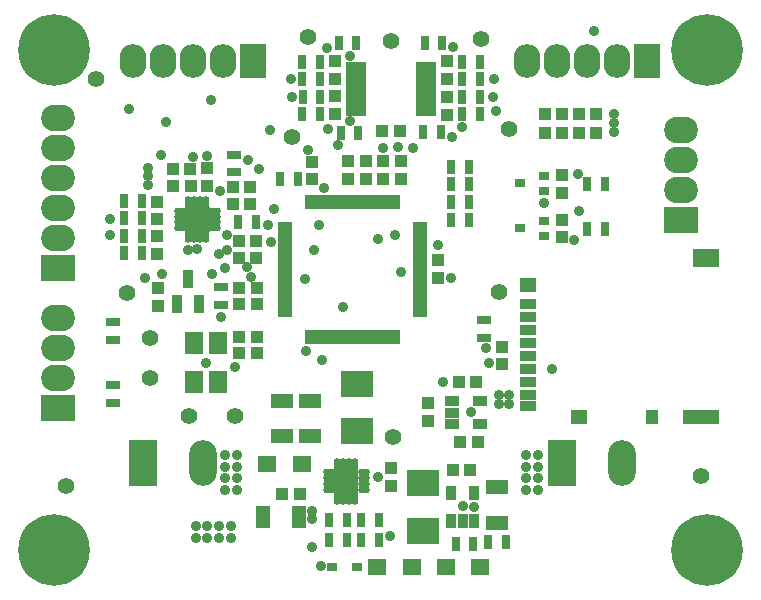
<source format=gbr>
G04 #@! TF.FileFunction,Soldermask,Top*
%FSLAX46Y46*%
G04 Gerber Fmt 4.6, Leading zero omitted, Abs format (unit mm)*
G04 Created by KiCad (PCBNEW 4.0.6) date 04/19/17 14:22:56*
%MOMM*%
%LPD*%
G01*
G04 APERTURE LIST*
%ADD10C,0.100000*%
%ADD11R,0.900000X1.200000*%
%ADD12R,1.560000X1.860000*%
%ADD13O,0.560000X1.010000*%
%ADD14O,1.010000X0.560000*%
%ADD15R,1.160000X1.160000*%
%ADD16R,1.010000X1.060000*%
%ADD17R,1.060000X1.010000*%
%ADD18R,2.860000X2.260000*%
%ADD19O,2.860000X2.260000*%
%ADD20C,1.403000*%
%ADD21C,6.060000*%
%ADD22C,0.760000*%
%ADD23R,2.260000X2.860000*%
%ADD24O,2.260000X2.860000*%
%ADD25R,1.260000X1.860000*%
%ADD26R,1.860000X1.260000*%
%ADD27R,1.510000X1.480000*%
%ADD28R,1.060000X1.060000*%
%ADD29R,0.960000X0.710000*%
%ADD30R,2.760000X2.260000*%
%ADD31R,2.360000X3.860000*%
%ADD32O,2.360000X3.860000*%
%ADD33R,0.760000X1.160000*%
%ADD34R,1.160000X0.760000*%
%ADD35R,1.200000X0.900000*%
%ADD36R,0.860000X1.560000*%
%ADD37R,1.710000X0.710000*%
%ADD38R,1.260000X0.510000*%
%ADD39R,0.510000X1.260000*%
%ADD40R,2.160000X1.560000*%
%ADD41R,3.060000X1.260000*%
%ADD42R,1.460000X0.960000*%
%ADD43R,1.460000X1.260000*%
%ADD44R,1.460000X0.910000*%
%ADD45R,1.060000X1.260000*%
%ADD46R,0.860000X0.710000*%
%ADD47C,0.910000*%
G04 APERTURE END LIST*
D10*
D11*
X174147809Y-96099075D03*
X176052809Y-96099075D03*
X174147809Y-93699075D03*
X175100309Y-96099075D03*
X176052809Y-93699075D03*
D12*
X152371800Y-81034880D03*
X152371800Y-84334880D03*
X154371800Y-84334880D03*
X154371800Y-81034880D03*
D13*
X153384700Y-69100180D03*
X152884700Y-69100180D03*
X152384700Y-69100180D03*
X151884700Y-69100180D03*
D14*
X151159700Y-69825180D03*
X151159700Y-70325180D03*
X151159700Y-70825180D03*
X151159700Y-71325180D03*
D13*
X151884700Y-72050180D03*
X152384700Y-72050180D03*
X152884700Y-72050180D03*
X153384700Y-72050180D03*
D14*
X154109700Y-71325180D03*
X154109700Y-70825180D03*
X154109700Y-70325180D03*
X154109700Y-69825180D03*
D15*
X152184700Y-71025180D03*
X153084700Y-71025180D03*
X152184700Y-70125180D03*
X153084700Y-70125180D03*
D16*
X173807336Y-60187330D03*
X173807336Y-61687330D03*
D14*
X163762000Y-91984240D03*
X163762000Y-92484240D03*
X163762000Y-92984240D03*
X163762000Y-93484240D03*
D13*
X164487000Y-94209240D03*
X164987000Y-94209240D03*
X165487000Y-94209240D03*
X165987000Y-94209240D03*
D14*
X166712000Y-93484240D03*
X166712000Y-92984240D03*
X166712000Y-92484240D03*
X166712000Y-91984240D03*
D13*
X165987000Y-91259240D03*
X165487000Y-91259240D03*
X164987000Y-91259240D03*
X164487000Y-91259240D03*
D15*
X165687000Y-93184240D03*
X165687000Y-92284240D03*
X164787000Y-93184240D03*
X164787000Y-92284240D03*
D17*
X159825000Y-93775000D03*
X161325000Y-93775000D03*
D18*
X193600000Y-70590000D03*
D19*
X193600000Y-68050000D03*
X193600000Y-65510000D03*
X193600000Y-62970000D03*
D20*
X179057300Y-62890400D03*
X161975800Y-55118000D03*
D21*
X140500000Y-98550000D03*
D22*
X140500000Y-96264000D03*
X138214000Y-98550000D03*
X142100000Y-96950000D03*
X142786000Y-98550000D03*
X138900000Y-96950000D03*
X138900000Y-100150000D03*
X140500000Y-100836000D03*
X142100000Y-100150000D03*
D21*
X140500000Y-56200000D03*
D22*
X140500000Y-53914000D03*
X138214000Y-56200000D03*
X142100000Y-54600000D03*
X142786000Y-56200000D03*
X138900000Y-54600000D03*
X138900000Y-57800000D03*
X140500000Y-58486000D03*
X142100000Y-57800000D03*
D21*
X195830000Y-98550000D03*
D22*
X195830000Y-96264000D03*
X193544000Y-98550000D03*
X197430000Y-96950000D03*
X198116000Y-98550000D03*
X194230000Y-96950000D03*
X194230000Y-100150000D03*
X195830000Y-100836000D03*
X197430000Y-100150000D03*
D23*
X190677800Y-57124600D03*
D24*
X188137800Y-57124600D03*
X185597800Y-57124600D03*
X183057800Y-57124600D03*
X180517800Y-57124600D03*
D25*
X158225000Y-95775000D03*
X161225000Y-95775000D03*
D16*
X169000000Y-93150000D03*
X169000000Y-91650000D03*
D26*
X162142286Y-85925000D03*
X162142286Y-88925000D03*
X159775000Y-85925000D03*
X159775000Y-88925000D03*
D16*
X172200000Y-86125000D03*
X172200000Y-87625000D03*
D17*
X176375000Y-89450000D03*
X174875000Y-89450000D03*
X176275000Y-84325000D03*
X174775000Y-84325000D03*
X174260000Y-91820000D03*
X175760000Y-91820000D03*
D26*
X178000989Y-93256835D03*
X178000989Y-96256835D03*
D16*
X149236600Y-73460900D03*
X149236600Y-71960900D03*
X149236600Y-70562760D03*
X149236600Y-69062760D03*
X157097900Y-69285640D03*
X157097900Y-67785640D03*
X155660260Y-69296500D03*
X155660260Y-67796500D03*
X149310000Y-77910000D03*
X149310000Y-76410000D03*
X153463160Y-67728120D03*
X153463160Y-66228120D03*
D17*
X152058540Y-66340580D03*
X150558540Y-66340580D03*
X152066860Y-67714720D03*
X150566860Y-67714720D03*
D16*
X173779396Y-58667270D03*
X173779396Y-57167270D03*
D17*
X169761816Y-63093790D03*
X168261816Y-63093790D03*
D16*
X168395500Y-67107560D03*
X168395500Y-65607560D03*
X169868700Y-67112640D03*
X169868700Y-65612640D03*
X164277256Y-58649490D03*
X164277256Y-57149490D03*
X164282336Y-60151770D03*
X164282336Y-61651770D03*
X165423700Y-67112640D03*
X165423700Y-65612640D03*
X166922300Y-67110800D03*
X166922300Y-65610800D03*
D17*
X157668300Y-80508100D03*
X156168300Y-80508100D03*
X157670840Y-81882240D03*
X156170840Y-81882240D03*
D16*
X178398000Y-82843500D03*
X178398000Y-81343500D03*
D17*
X156146214Y-73808354D03*
X157646214Y-73808354D03*
X156146914Y-72411354D03*
X157646914Y-72411354D03*
D16*
X172982740Y-75512420D03*
X172982740Y-74012420D03*
X183556960Y-66807500D03*
X183556960Y-68307500D03*
D17*
X156160000Y-77740519D03*
X157660000Y-77740519D03*
D16*
X183551880Y-70587020D03*
X183551880Y-72087020D03*
X162388400Y-67176140D03*
X162388400Y-65676140D03*
D17*
X156160000Y-76353679D03*
X157660000Y-76353679D03*
D27*
X161525000Y-91275000D03*
X158575000Y-91275000D03*
X176605000Y-99970000D03*
X173655000Y-99970000D03*
D28*
X184950100Y-63258500D03*
X184950100Y-61658500D03*
X182105300Y-63258700D03*
X182105300Y-61658700D03*
X183527700Y-63258600D03*
X183527700Y-61658600D03*
X186359800Y-63258700D03*
X186359800Y-61658700D03*
D29*
X181970480Y-71978700D03*
X181970480Y-70678700D03*
X179970480Y-71328700D03*
X181986480Y-68173780D03*
X181986480Y-66873780D03*
X179986480Y-67523780D03*
D30*
X166125000Y-88475000D03*
X166125000Y-84475000D03*
X171775449Y-92916855D03*
X171775449Y-96916855D03*
D31*
X148070000Y-91180000D03*
D32*
X153150000Y-91180000D03*
D23*
X157325000Y-57124600D03*
D24*
X154785000Y-57124600D03*
X152245000Y-57124600D03*
X149705000Y-57124600D03*
X147165000Y-57124600D03*
D20*
X176657000Y-55270400D03*
X160675000Y-63625000D03*
X178180000Y-76690000D03*
X155850000Y-87200000D03*
X195300000Y-92250000D03*
X144070000Y-58720000D03*
X169000000Y-55475000D03*
X151910000Y-87200000D03*
X169230000Y-88990000D03*
X141525000Y-93150000D03*
X146660000Y-76820000D03*
X148600000Y-80600000D03*
X148600000Y-84000000D03*
D18*
X140820000Y-86520000D03*
D19*
X140820000Y-83980000D03*
X140820000Y-81440000D03*
X140820000Y-78900000D03*
D33*
X165300000Y-96025000D03*
X163800000Y-96025000D03*
X168000000Y-96025000D03*
X166500000Y-96025000D03*
X178780389Y-97907895D03*
X177280389Y-97907895D03*
X176010000Y-98050000D03*
X174510000Y-98050000D03*
X146434280Y-73429720D03*
X147934280Y-73429720D03*
X146431740Y-68999960D03*
X147931740Y-68999960D03*
X146434280Y-71951440D03*
X147934280Y-71951440D03*
X146426660Y-70475700D03*
X147926660Y-70475700D03*
D34*
X155725000Y-66575000D03*
X155725000Y-65075000D03*
D33*
X157575000Y-70800000D03*
X156075000Y-70800000D03*
X176541076Y-61668850D03*
X175041076Y-61668850D03*
X175043616Y-60193110D03*
X176543616Y-60193110D03*
X176533456Y-57200990D03*
X175033456Y-57200990D03*
X175033456Y-58671650D03*
X176533456Y-58671650D03*
X161510496Y-57198450D03*
X163010496Y-57198450D03*
X163010496Y-58676730D03*
X161510496Y-58676730D03*
X161546056Y-61653610D03*
X163046056Y-61653610D03*
X163051136Y-60170250D03*
X161551136Y-60170250D03*
X174104300Y-69088000D03*
X175604300Y-69088000D03*
X174104300Y-66090800D03*
X175604300Y-66090800D03*
X174104300Y-67589400D03*
X175604300Y-67589400D03*
X174103600Y-70599300D03*
X175603600Y-70599300D03*
D34*
X145525000Y-86100000D03*
X145525000Y-84600000D03*
X145515000Y-79290000D03*
X145515000Y-80790000D03*
X176900000Y-80575000D03*
X176900000Y-79075000D03*
D33*
X185629600Y-67564420D03*
X187129600Y-67564420D03*
X185629600Y-71349020D03*
X187129600Y-71349020D03*
X161164820Y-67119560D03*
X159664820Y-67119560D03*
X173265176Y-63152210D03*
X171765176Y-63152210D03*
X173399096Y-55649050D03*
X171899096Y-55649050D03*
X164604216Y-55633810D03*
X166104216Y-55633810D03*
X164775000Y-63250000D03*
X166275000Y-63250000D03*
D35*
X174209000Y-85964580D03*
X174209000Y-87869580D03*
X176609000Y-85964580D03*
X174209000Y-86917080D03*
X176609000Y-87869580D03*
D36*
X150918960Y-77743300D03*
X152818960Y-77743300D03*
X151868960Y-75643300D03*
D37*
X171984676Y-61459850D03*
X171984676Y-60809850D03*
X171984676Y-60159850D03*
X171984676Y-59509850D03*
X171984676Y-58859850D03*
X171984676Y-58209850D03*
X171984676Y-57559850D03*
X166084676Y-57559850D03*
X166084676Y-58209850D03*
X166084676Y-58859850D03*
X166084676Y-59509850D03*
X166084676Y-60159850D03*
X166084676Y-60809850D03*
X166084676Y-61459850D03*
D38*
X160056200Y-71040680D03*
X160056200Y-71540680D03*
X160056200Y-72040680D03*
X160056200Y-72540680D03*
X160056200Y-73040680D03*
X160056200Y-73540680D03*
X160056200Y-74040680D03*
X160056200Y-74540680D03*
X160056200Y-75040680D03*
X160056200Y-75540680D03*
X160056200Y-76040680D03*
X160056200Y-76540680D03*
X160056200Y-77040680D03*
X160056200Y-77540680D03*
X160056200Y-78040680D03*
X160056200Y-78540680D03*
D39*
X162006200Y-80490680D03*
X162506200Y-80490680D03*
X163006200Y-80490680D03*
X163506200Y-80490680D03*
X164006200Y-80490680D03*
X164506200Y-80490680D03*
X165006200Y-80490680D03*
X165506200Y-80490680D03*
X166006200Y-80490680D03*
X166506200Y-80490680D03*
X167006200Y-80490680D03*
X167506200Y-80490680D03*
X168006200Y-80490680D03*
X168506200Y-80490680D03*
X169006200Y-80490680D03*
X169506200Y-80490680D03*
D38*
X171456200Y-78540680D03*
X171456200Y-78040680D03*
X171456200Y-77540680D03*
X171456200Y-77040680D03*
X171456200Y-76540680D03*
X171456200Y-76040680D03*
X171456200Y-75540680D03*
X171456200Y-75040680D03*
X171456200Y-74540680D03*
X171456200Y-74040680D03*
X171456200Y-73540680D03*
X171456200Y-73040680D03*
X171456200Y-72540680D03*
X171456200Y-72040680D03*
X171456200Y-71540680D03*
X171456200Y-71040680D03*
D39*
X169506200Y-69090680D03*
X169006200Y-69090680D03*
X168506200Y-69090680D03*
X168006200Y-69090680D03*
X167506200Y-69090680D03*
X167006200Y-69090680D03*
X166506200Y-69090680D03*
X166006200Y-69090680D03*
X165506200Y-69090680D03*
X165006200Y-69090680D03*
X164506200Y-69090680D03*
X164006200Y-69090680D03*
X163506200Y-69090680D03*
X163006200Y-69090680D03*
X162506200Y-69090680D03*
X162006200Y-69090680D03*
D40*
X195725000Y-73800000D03*
D41*
X195275000Y-87300000D03*
D42*
X180625000Y-77700000D03*
X180625000Y-78800000D03*
X180625000Y-79900000D03*
X180625000Y-81000000D03*
X180625000Y-82100000D03*
X180625000Y-83200000D03*
X180625000Y-84300000D03*
X180625000Y-85400000D03*
D43*
X180625000Y-76150000D03*
D44*
X180625000Y-86350000D03*
D45*
X191125000Y-87300000D03*
D43*
X184925000Y-87300000D03*
D31*
X183500000Y-91180000D03*
D32*
X188580000Y-91180000D03*
D21*
X195830000Y-56200000D03*
D22*
X195830000Y-53914000D03*
X193544000Y-56200000D03*
X197430000Y-54600000D03*
X198116000Y-56200000D03*
X194230000Y-54600000D03*
X194230000Y-57800000D03*
X195830000Y-58486000D03*
X197430000Y-57800000D03*
D18*
X140830000Y-74650000D03*
D19*
X140830000Y-72110000D03*
X140830000Y-69570000D03*
X140830000Y-67030000D03*
X140830000Y-64490000D03*
X140830000Y-61950000D03*
D34*
X154620000Y-77800000D03*
X154620000Y-76300000D03*
D46*
X166180000Y-99960000D03*
X164080000Y-99960000D03*
D27*
X167835000Y-99990000D03*
X170785000Y-99990000D03*
D33*
X165298031Y-97674535D03*
X163798031Y-97674535D03*
X168038031Y-97674535D03*
X166538031Y-97674535D03*
D47*
X163120000Y-99880000D03*
X168960000Y-97400000D03*
X169925000Y-75025000D03*
X149610000Y-75220000D03*
X170925000Y-64550000D03*
X180500000Y-92500000D03*
X180500000Y-93500000D03*
X181500000Y-93500000D03*
X181500000Y-92500000D03*
X181500000Y-90500000D03*
X180500000Y-90500000D03*
X180500000Y-91500000D03*
X181500000Y-91500000D03*
X155000000Y-90500000D03*
X156000000Y-90500000D03*
X156000000Y-91500000D03*
X156000000Y-92500000D03*
X156000000Y-93500000D03*
X155000000Y-93500000D03*
X155000000Y-92500000D03*
X155000000Y-91500000D03*
X152500000Y-97500000D03*
X153500000Y-97500000D03*
X154500000Y-97500000D03*
X155500000Y-97500000D03*
X155500000Y-96500000D03*
X154500000Y-96500000D03*
X153500000Y-96500000D03*
X152500000Y-96500000D03*
X153385000Y-82715000D03*
X153460000Y-65240000D03*
X153084700Y-70125180D03*
X152184700Y-71025180D03*
X153084700Y-71025180D03*
X152184700Y-70125180D03*
X152621743Y-73103257D03*
X148500000Y-66200000D03*
X148500000Y-66925000D03*
X148500000Y-67650000D03*
X175050000Y-62725000D03*
X177650000Y-60200000D03*
X174100000Y-75525000D03*
X154584308Y-68147940D03*
X177358721Y-82764454D03*
X175100000Y-94850000D03*
X173425000Y-84325000D03*
X175850000Y-86900000D03*
X164787000Y-93184240D03*
X165687000Y-93184240D03*
X165687000Y-92284240D03*
X164787000Y-92284240D03*
X182700000Y-83250000D03*
X162000000Y-64650000D03*
X163709200Y-62950020D03*
X151875000Y-73150000D03*
X145250000Y-71875000D03*
X145250000Y-70575000D03*
X155850000Y-83100000D03*
X187960000Y-63182500D03*
X187960000Y-62420500D03*
X187960000Y-61658500D03*
X186258200Y-54610000D03*
X161778800Y-75618400D03*
X184567880Y-72314220D03*
X168357400Y-64493200D03*
X177730000Y-58702000D03*
X174301000Y-56009600D03*
X160661200Y-60200600D03*
X160610400Y-58702000D03*
X163633000Y-56035000D03*
X182002480Y-69164620D03*
X162350000Y-98275000D03*
X177925000Y-61425000D03*
X162350000Y-95950000D03*
X162375000Y-95250000D03*
X167900000Y-92375000D03*
X158848245Y-72454010D03*
X156940000Y-65510000D03*
X157903409Y-66337990D03*
X154610000Y-78800000D03*
X169650000Y-64450000D03*
X179000000Y-85400000D03*
X179000000Y-86200000D03*
X178200000Y-86200000D03*
X178200000Y-85400000D03*
X177075000Y-81425000D03*
X184859920Y-66702720D03*
X173056400Y-72697400D03*
X184923480Y-69825020D03*
X148250000Y-75530000D03*
X149550000Y-65100000D03*
X153880000Y-75190000D03*
X157147613Y-75461684D03*
X152275000Y-65250000D03*
X174175000Y-63625000D03*
X164515800Y-64262000D03*
X163325000Y-67925000D03*
X158775000Y-63000000D03*
X153775000Y-60450000D03*
X161850000Y-81720000D03*
X163230000Y-82490000D03*
X159175000Y-69675000D03*
X176100000Y-94900000D03*
X165000000Y-78000000D03*
X154437768Y-73498901D03*
X169350000Y-71910000D03*
X155175831Y-73180000D03*
X162530000Y-73180000D03*
X155119299Y-71900701D03*
X167950000Y-72200000D03*
X158625000Y-71025000D03*
X146875000Y-61250000D03*
X165550000Y-56725000D03*
X150000000Y-62300000D03*
X165550000Y-62275000D03*
X156850000Y-74620000D03*
X154990000Y-74700000D03*
X162960000Y-71000000D03*
M02*

</source>
